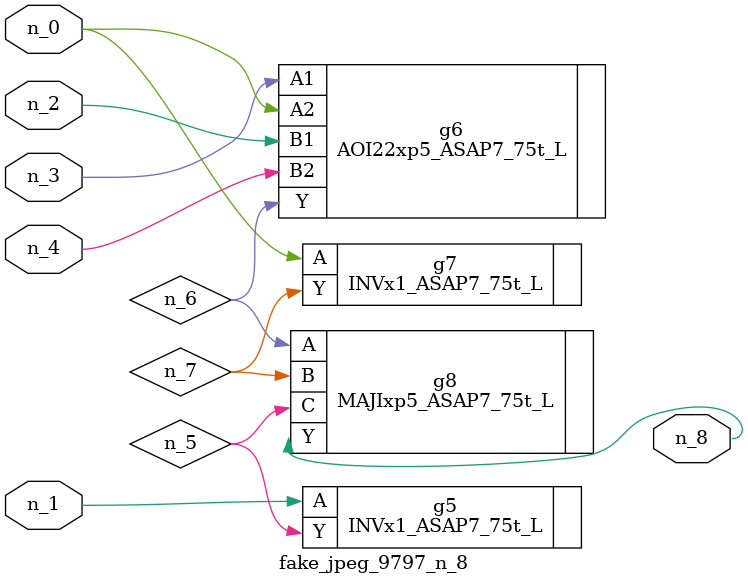
<source format=v>
module fake_jpeg_9797_n_8 (n_3, n_2, n_1, n_0, n_4, n_8);

input n_3;
input n_2;
input n_1;
input n_0;
input n_4;

output n_8;

wire n_6;
wire n_5;
wire n_7;

INVx1_ASAP7_75t_L g5 ( 
.A(n_1),
.Y(n_5)
);

AOI22xp5_ASAP7_75t_L g6 ( 
.A1(n_3),
.A2(n_0),
.B1(n_2),
.B2(n_4),
.Y(n_6)
);

INVx1_ASAP7_75t_L g7 ( 
.A(n_0),
.Y(n_7)
);

MAJIxp5_ASAP7_75t_L g8 ( 
.A(n_6),
.B(n_7),
.C(n_5),
.Y(n_8)
);


endmodule
</source>
